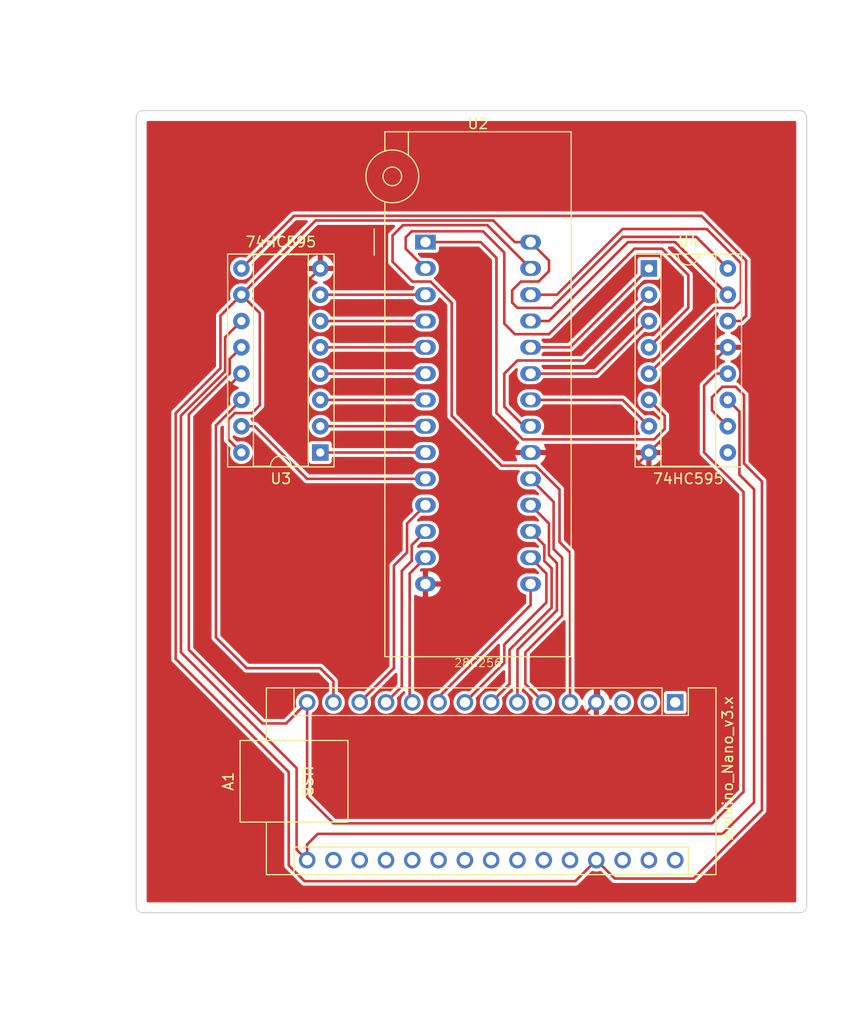
<source format=kicad_pcb>
(kicad_pcb (version 20221018) (generator pcbnew)
  (layers (0 "F.Cu" signal) (31 "B.Cu" signal) (34 "B.Paste" user) (35 "F.Paste" user) (36 "B.SilkS" user "B.Silkscreen") (37 "F.SilkS" user "F.Silkscreen") (38 "B.Mask" user) (39 "F.Mask" user) (44 "Edge.Cuts" user))
  (net 0 "")
  (net 18 "/D0")
  (net 19 "/D1")
  (net 20 "/D2")
  (net 21 "/D3")
  (net 22 "/D4")
  (net 23 "/D5")
  (net 24 "/D6")
  (net 25 "/D7")
  (net 26 "GND")
  (net 27 "SER")
  (net 28 "SRCLK")
  (net 29 "RCLK")
  (net 30 "~{WR}")
  (net 31 "VCC")
  (net 32 "/A14")
  (net 33 "/A12")
  (net 34 "/A7")
  (net 35 "/A6")
  (net 36 "/A5")
  (net 37 "/A4")
  (net 38 "/A3")
  (net 39 "/A2")
  (net 40 "/A1")
  (net 41 "/A0")
  (net 42 "/A10")
  (net 43 "~{OE}")
  (net 44 "/A11")
  (net 45 "/A9")
  (net 46 "/A8")
  (net 47 "/A13")
  (net 48 "/QH'")
  (footprint "Package_DIP:DIP-16_W7.62mm_Socket" (layer "F.Cu") (at 186.69 68.58)
    (fp_text reference "U4" (at 3.81 -2.53) (layer "F.SilkS"))
    (fp_text value "74HC595" (at 3.8 20.32) (layer "F.SilkS"))
    (fp_line (start -1.33 -1.39) (end -1.33 19.17) (stroke (width 0.12)) (layer "F.SilkS"))
    (fp_line (start -1.33 19.17) (end 8.95 19.17) (stroke (width 0.12)) (layer "F.SilkS"))
    (fp_line (start 1.16 -1.33) (end 1.16 19.11) (stroke (width 0.12)) (layer "F.SilkS"))
    (fp_line (start 1.16 19.11) (end 6.46 19.11) (stroke (width 0.12)) (layer "F.SilkS"))
    (fp_line (start 2.81 -1.33) (end 1.16 -1.33) (stroke (width 0.12)) (layer "F.SilkS"))
    (fp_line (start 6.46 -1.33) (end 4.81 -1.33) (stroke (width 0.12)) (layer "F.SilkS"))
    (fp_line (start 6.46 19.11) (end 6.46 -1.33) (stroke (width 0.12)) (layer "F.SilkS"))
    (fp_line (start 8.95 -1.39) (end -1.33 -1.39) (stroke (width 0.12)) (layer "F.SilkS"))
    (fp_line (start 8.95 19.17) (end 8.95 -1.39) (stroke (width 0.12)) (layer "F.SilkS"))
    (fp_arc (start 4.81 -1.33) (mid 3.81 -0.33) (end 2.81 -1.33) (stroke (width 0.12)) (layer "F.SilkS"))
    (pad "1" thru_hole rect (at 0 0) (size 1.6 1.6) (drill 0.8) (layers "*.Cu" "*.Mask") (net 45 "/A9"))
    (pad "2" thru_hole oval (at 0 2.54) (size 1.6 1.6) (drill 0.8) (layers "*.Cu" "*.Mask") (net 42 "/A10"))
    (pad "3" thru_hole oval (at 0 5.08) (size 1.6 1.6) (drill 0.8) (layers "*.Cu" "*.Mask") (net 44 "/A11"))
    (pad "4" thru_hole oval (at 0 7.62) (size 1.6 1.6) (drill 0.8) (layers "*.Cu" "*.Mask") (net 33 "/A12"))
    (pad "5" thru_hole oval (at 0 10.16) (size 1.6 1.6) (drill 0.8) (layers "*.Cu" "*.Mask") (net 47 "/A13"))
    (pad "6" thru_hole oval (at 0 12.7) (size 1.6 1.6) (drill 0.8) (layers "*.Cu" "*.Mask") (net 32 "/A14"))
    (pad "7" thru_hole oval (at 0 15.24) (size 1.6 1.6) (drill 0.8) (layers "*.Cu" "*.Mask") (net 43 "~{OE}"))
    (pad "8" thru_hole oval (at 0 17.78) (size 1.6 1.6) (drill 0.8) (layers "*.Cu" "*.Mask") (net 26 "GND"))
    (pad "9" thru_hole oval (at 7.62 17.78) (size 1.6 1.6) (drill 0.8) (layers "*.Cu" "*.Mask"))
    (pad "10" thru_hole oval (at 7.62 15.24) (size 1.6 1.6) (drill 0.8) (layers "*.Cu" "*.Mask") (net 31 "VCC"))
    (pad "11" thru_hole oval (at 7.62 12.7) (size 1.6 1.6) (drill 0.8) (layers "*.Cu" "*.Mask") (net 28 "SRCLK"))
    (pad "12" thru_hole oval (at 7.62 10.16) (size 1.6 1.6) (drill 0.8) (layers "*.Cu" "*.Mask") (net 29 "RCLK"))
    (pad "13" thru_hole oval (at 7.62 7.62) (size 1.6 1.6) (drill 0.8) (layers "*.Cu" "*.Mask") (net 26 "GND"))
    (pad "14" thru_hole oval (at 7.62 5.08) (size 1.6 1.6) (drill 0.8) (layers "*.Cu" "*.Mask") (net 48 "/QH'"))
    (pad "15" thru_hole oval (at 7.62 2.54) (size 1.6 1.6) (drill 0.8) (layers "*.Cu" "*.Mask") (net 46 "/A8"))
    (pad "16" thru_hole oval (at 7.62 0) (size 1.6 1.6) (drill 0.8) (layers "*.Cu" "*.Mask") (net 31 "VCC"))
  )
  (footprint "Socket:DIP_Socket-28_W6.9_W7.62_W10.16_W12.7_W13.5_3M_228-4817-00-0602J" (layer "F.Cu") (at 165.1 66.04)
    (fp_text reference "U2" (at 5.08 -11.43) (layer "F.SilkS"))
    (fp_text value "28C256" (at 5.08 40.64) (layer "F.SilkS") (effects (font (size 0.8 0.8) (thickness 0.09))))
    (fp_line (start -4.95 1.27) (end -4.95 -1.27) (stroke (width 0.12)) (layer "F.SilkS"))
    (fp_line (start -3.92 -10.66) (end -3.92 -8.8) (stroke (width 0.12)) (layer "F.SilkS"))
    (fp_line (start -3.92 -3.9) (end -3.92 40.04) (stroke (width 0.12)) (layer "F.SilkS"))
    (fp_line (start -3.92 40.04) (end 14.08 40.04) (stroke (width 0.12)) (layer "F.SilkS"))
    (fp_line (start -1.65 -10.66) (end -1.65 -8.4) (stroke (width 0.12)) (layer "F.SilkS"))
    (fp_line (start 14.08 -10.66) (end -3.92 -10.66) (stroke (width 0.12)) (layer "F.SilkS"))
    (fp_line (start 14.08 40.04) (end 14.08 -10.66) (stroke (width 0.12)) (layer "F.SilkS"))
    (fp_circle (center -3.2 -6.35) (end -2.3 -6.35) (stroke (width 0.12)) (fill none) (layer "F.SilkS"))
    (fp_circle (center -3.2 -6.35) (end -0.65 -6.35) (stroke (width 0.12)) (fill none) (layer "F.SilkS"))
    (pad "1" thru_hole rect (at 0 0) (size 2 1.44) (drill 1) (layers "*.Cu" "*.Mask") (net 32 "/A14"))
    (pad "2" thru_hole oval (at 0 2.54) (size 2 1.44) (drill 1) (layers "*.Cu" "*.Mask") (net 33 "/A12"))
    (pad "3" thru_hole oval (at 0 5.08) (size 2 1.44) (drill 1) (layers "*.Cu" "*.Mask") (net 34 "/A7"))
    (pad "4" thru_hole oval (at 0 7.62) (size 2 1.44) (drill 1) (layers "*.Cu" "*.Mask") (net 35 "/A6"))
    (pad "5" thru_hole oval (at 0 10.16) (size 2 1.44) (drill 1) (layers "*.Cu" "*.Mask") (net 36 "/A5"))
    (pad "6" thru_hole oval (at 0 12.7) (size 2 1.44) (drill 1) (layers "*.Cu" "*.Mask") (net 37 "/A4"))
    (pad "7" thru_hole oval (at 0 15.24) (size 2 1.44) (drill 1) (layers "*.Cu" "*.Mask") (net 38 "/A3"))
    (pad "8" thru_hole oval (at 0 17.78) (size 2 1.44) (drill 1) (layers "*.Cu" "*.Mask") (net 39 "/A2"))
    (pad "9" thru_hole oval (at 0 20.32) (size 2 1.44) (drill 1) (layers "*.Cu" "*.Mask") (net 40 "/A1"))
    (pad "10" thru_hole oval (at 0 22.86) (size 2 1.44) (drill 1) (layers "*.Cu" "*.Mask") (net 41 "/A0"))
    (pad "11" thru_hole oval (at 0 25.4) (size 2 1.44) (drill 1) (layers "*.Cu" "*.Mask") (net 18 "/D0"))
    (pad "12" thru_hole oval (at 0 27.94) (size 2 1.44) (drill 1) (layers "*.Cu" "*.Mask") (net 19 "/D1"))
    (pad "13" thru_hole oval (at 0 30.48) (size 2 1.44) (drill 1) (layers "*.Cu" "*.Mask") (net 20 "/D2"))
    (pad "14" thru_hole oval (at 0 33.02) (size 2 1.44) (drill 1) (layers "*.Cu" "*.Mask") (net 26 "GND"))
    (pad "15" thru_hole oval (at 10.16 33.02) (size 2 1.44) (drill 1) (layers "*.Cu" "*.Mask") (net 21 "/D3"))
    (pad "16" thru_hole oval (at 10.16 30.48) (size 2 1.44) (drill 1) (layers "*.Cu" "*.Mask") (net 22 "/D4"))
    (pad "17" thru_hole oval (at 10.16 27.94) (size 2 1.44) (drill 1) (layers "*.Cu" "*.Mask") (net 23 "/D5"))
    (pad "18" thru_hole oval (at 10.16 25.4) (size 2 1.44) (drill 1) (layers "*.Cu" "*.Mask") (net 24 "/D6"))
    (pad "19" thru_hole oval (at 10.16 22.86) (size 2 1.44) (drill 1) (layers "*.Cu" "*.Mask") (net 25 "/D7"))
    (pad "20" thru_hole oval (at 10.16 20.32) (size 2 1.44) (drill 1) (layers "*.Cu" "*.Mask") (net 26 "GND"))
    (pad "21" thru_hole oval (at 10.16 17.78) (size 2 1.44) (drill 1) (layers "*.Cu" "*.Mask") (net 42 "/A10"))
    (pad "22" thru_hole oval (at 10.16 15.24) (size 2 1.44) (drill 1) (layers "*.Cu" "*.Mask") (net 43 "~{OE}"))
    (pad "23" thru_hole oval (at 10.16 12.7) (size 2 1.44) (drill 1) (layers "*.Cu" "*.Mask") (net 44 "/A11"))
    (pad "24" thru_hole oval (at 10.16 10.16) (size 2 1.44) (drill 1) (layers "*.Cu" "*.Mask") (net 45 "/A9"))
    (pad "25" thru_hole oval (at 10.16 7.62) (size 2 1.44) (drill 1) (layers "*.Cu" "*.Mask") (net 46 "/A8"))
    (pad "26" thru_hole oval (at 10.16 5.08) (size 2 1.44) (drill 1) (layers "*.Cu" "*.Mask") (net 47 "/A13"))
    (pad "27" thru_hole oval (at 10.16 2.54) (size 2 1.44) (drill 1) (layers "*.Cu" "*.Mask") (net 30 "~{WR}"))
    (pad "28" thru_hole oval (at 10.16 0) (size 2 1.44) (drill 1) (layers "*.Cu" "*.Mask") (net 31 "VCC"))
  )
  (footprint "Package_DIP:DIP-16_W7.62mm_Socket" (layer "F.Cu") (at 154.94 86.36 180)
    (fp_text reference "U3" (at 3.81 -2.53) (layer "F.SilkS"))
    (fp_text value "74HC595" (at 3.81 20.33) (layer "F.SilkS"))
    (fp_line (start -1.33 -1.39) (end -1.33 19.17) (stroke (width 0.12)) (layer "F.SilkS"))
    (fp_line (start -1.33 19.17) (end 8.95 19.17) (stroke (width 0.12)) (layer "F.SilkS"))
    (fp_line (start 1.16 -1.33) (end 1.16 19.11) (stroke (width 0.12)) (layer "F.SilkS"))
    (fp_line (start 1.16 19.11) (end 6.46 19.11) (stroke (width 0.12)) (layer "F.SilkS"))
    (fp_line (start 2.81 -1.33) (end 1.16 -1.33) (stroke (width 0.12)) (layer "F.SilkS"))
    (fp_line (start 6.46 -1.33) (end 4.81 -1.33) (stroke (width 0.12)) (layer "F.SilkS"))
    (fp_line (start 6.46 19.11) (end 6.46 -1.33) (stroke (width 0.12)) (layer "F.SilkS"))
    (fp_line (start 8.95 -1.39) (end -1.33 -1.39) (stroke (width 0.12)) (layer "F.SilkS"))
    (fp_line (start 8.95 19.17) (end 8.95 -1.39) (stroke (width 0.12)) (layer "F.SilkS"))
    (fp_arc (start 4.81 -1.33) (mid 3.81 -0.33) (end 2.81 -1.33) (stroke (width 0.12)) (layer "F.SilkS"))
    (pad "1" thru_hole rect (at 0 0 180) (size 1.6 1.6) (drill 0.8) (layers "*.Cu" "*.Mask") (net 40 "/A1"))
    (pad "2" thru_hole oval (at 0 2.54 180) (size 1.6 1.6) (drill 0.8) (layers "*.Cu" "*.Mask") (net 39 "/A2"))
    (pad "3" thru_hole oval (at 0 5.08 180) (size 1.6 1.6) (drill 0.8) (layers "*.Cu" "*.Mask") (net 38 "/A3"))
    (pad "4" thru_hole oval (at 0 7.62 180) (size 1.6 1.6) (drill 0.8) (layers "*.Cu" "*.Mask") (net 37 "/A4"))
    (pad "5" thru_hole oval (at 0 10.16 180) (size 1.6 1.6) (drill 0.8) (layers "*.Cu" "*.Mask") (net 36 "/A5"))
    (pad "6" thru_hole oval (at 0 12.7 180) (size 1.6 1.6) (drill 0.8) (layers "*.Cu" "*.Mask") (net 35 "/A6"))
    (pad "7" thru_hole oval (at 0 15.24 180) (size 1.6 1.6) (drill 0.8) (layers "*.Cu" "*.Mask") (net 34 "/A7"))
    (pad "8" thru_hole oval (at 0 17.78 180) (size 1.6 1.6) (drill 0.8) (layers "*.Cu" "*.Mask") (net 26 "GND"))
    (pad "9" thru_hole oval (at 7.62 17.78 180) (size 1.6 1.6) (drill 0.8) (layers "*.Cu" "*.Mask") (net 48 "/QH'"))
    (pad "10" thru_hole oval (at 7.62 15.24 180) (size 1.6 1.6) (drill 0.8) (layers "*.Cu" "*.Mask") (net 31 "VCC"))
    (pad "11" thru_hole oval (at 7.62 12.7 180) (size 1.6 1.6) (drill 0.8) (layers "*.Cu" "*.Mask") (net 28 "SRCLK"))
    (pad "12" thru_hole oval (at 7.62 10.16 180) (size 1.6 1.6) (drill 0.8) (layers "*.Cu" "*.Mask") (net 29 "RCLK"))
    (pad "13" thru_hole oval (at 7.62 7.62 180) (size 1.6 1.6) (drill 0.8) (layers "*.Cu" "*.Mask") (net 26 "GND"))
    (pad "14" thru_hole oval (at 7.62 5.08 180) (size 1.6 1.6) (drill 0.8) (layers "*.Cu" "*.Mask") (net 27 "SER"))
    (pad "15" thru_hole oval (at 7.62 2.54 180) (size 1.6 1.6) (drill 0.8) (layers "*.Cu" "*.Mask") (net 41 "/A0"))
    (pad "16" thru_hole oval (at 7.62 0 180) (size 1.6 1.6) (drill 0.8) (layers "*.Cu" "*.Mask") (net 31 "VCC"))
  )
  (footprint "Module:Arduino_Nano" (layer "F.Cu") (at 189.23 110.49 -90)
    (fp_text reference "A1" (at 7.62 43.18 90) (layer "F.SilkS"))
    (fp_text value "Arduino_Nano_v3.x" (at 6.35 -5.08 90) (layer "F.SilkS"))
    (fp_text user "USB" (at 7.62 35.56 -90 unlocked) (layer "F.SilkS"))
    (fp_line (start -1.4 -3.94) (end -1.4 -1.27) (stroke (width 0.12)) (layer "F.SilkS"))
    (fp_line (start -1.4 1.27) (end -1.4 39.5) (stroke (width 0.12)) (layer "F.SilkS"))
    (fp_line (start -1.4 39.5) (end 3.68 39.5) (stroke (width 0.12)) (layer "F.SilkS"))
    (fp_line (start 1.27 -1.27) (end -1.4 -1.27) (stroke (width 0.12)) (layer "F.SilkS"))
    (fp_line (start 1.27 1.27) (end -1.4 1.27) (stroke (width 0.12)) (layer "F.SilkS"))
    (fp_line (start 1.27 1.27) (end 1.27 -1.27) (stroke (width 0.12)) (layer "F.SilkS"))
    (fp_line (start 1.27 1.27) (end 1.27 36.83) (stroke (width 0.12)) (layer "F.SilkS"))
    (fp_line (start 1.27 36.83) (end -1.4 36.83) (stroke (width 0.12)) (layer "F.SilkS"))
    (fp_line (start 3.68 31.62) (end 11.56 31.62) (stroke (width 0.12)) (layer "F.SilkS"))
    (fp_line (start 3.68 42.04) (end 3.68 31.62) (stroke (width 0.12)) (layer "F.SilkS"))
    (fp_line (start 11.56 31.62) (end 11.56 42.04) (stroke (width 0.12)) (layer "F.SilkS"))
    (fp_line (start 11.56 42.04) (end 3.68 42.04) (stroke (width 0.12)) (layer "F.SilkS"))
    (fp_line (start 13.97 -1.27) (end 13.97 36.83) (stroke (width 0.12)) (layer "F.SilkS"))
    (fp_line (start 13.97 -1.27) (end 16.64 -1.27) (stroke (width 0.12)) (layer "F.SilkS"))
    (fp_line (start 13.97 36.83) (end 16.64 36.83) (stroke (width 0.12)) (layer "F.SilkS"))
    (fp_line (start 16.64 -3.94) (end -1.4 -3.94) (stroke (width 0.12)) (layer "F.SilkS"))
    (fp_line (start 16.64 39.5) (end 11.56 39.5) (stroke (width 0.12)) (layer "F.SilkS"))
    (fp_line (start 16.64 39.5) (end 16.64 -3.94) (stroke (width 0.12)) (layer "F.SilkS"))
    (pad "1" thru_hole rect (at 0 0 270) (size 1.6 1.6) (drill 1) (layers "*.Cu" "*.Mask"))
    (pad "2" thru_hole oval (at 0 2.54 270) (size 1.6 1.6) (drill 1) (layers "*.Cu" "*.Mask"))
    (pad "3" thru_hole oval (at 0 5.08 270) (size 1.6 1.6) (drill 1) (layers "*.Cu" "*.Mask"))
    (pad "4" thru_hole oval (at 0 7.62 270) (size 1.6 1.6) (drill 1) (layers "*.Cu" "*.Mask") (net 26 "GND"))
    (pad "5" thru_hole oval (at 0 10.16 270) (size 1.6 1.6) (drill 1) (layers "*.Cu" "*.Mask") (net 30 "~{WR}"))
    (pad "6" thru_hole oval (at 0 12.7 270) (size 1.6 1.6) (drill 1) (layers "*.Cu" "*.Mask") (net 25 "/D7"))
    (pad "7" thru_hole oval (at 0 15.24 270) (size 1.6 1.6) (drill 1) (layers "*.Cu" "*.Mask") (net 24 "/D6"))
    (pad "8" thru_hole oval (at 0 17.78 270) (size 1.6 1.6) (drill 1) (layers "*.Cu" "*.Mask") (net 23 "/D5"))
    (pad "9" thru_hole oval (at 0 20.32 270) (size 1.6 1.6) (drill 1) (layers "*.Cu" "*.Mask") (net 22 "/D4"))
    (pad "10" thru_hole oval (at 0 22.86 270) (size 1.6 1.6) (drill 1) (layers "*.Cu" "*.Mask") (net 21 "/D3"))
    (pad "11" thru_hole oval (at 0 25.4 270) (size 1.6 1.6) (drill 1) (layers "*.Cu" "*.Mask") (net 20 "/D2"))
    (pad "12" thru_hole oval (at 0 27.94 270) (size 1.6 1.6) (drill 1) (layers "*.Cu" "*.Mask") (net 19 "/D1"))
    (pad "13" thru_hole oval (at 0 30.48 270) (size 1.6 1.6) (drill 1) (layers "*.Cu" "*.Mask") (net 18 "/D0"))
    (pad "14" thru_hole oval (at 0 33.02 270) (size 1.6 1.6) (drill 1) (layers "*.Cu" "*.Mask") (net 27 "SER"))
    (pad "15" thru_hole oval (at 0 35.56 270) (size 1.6 1.6) (drill 1) (layers "*.Cu" "*.Mask") (net 29 "RCLK"))
    (pad "16" thru_hole oval (at 15.24 35.56 270) (size 1.6 1.6) (drill 1) (layers "*.Cu" "*.Mask") (net 28 "SRCLK"))
    (pad "17" thru_hole oval (at 15.24 33.02 270) (size 1.6 1.6) (drill 1) (layers "*.Cu" "*.Mask"))
    (pad "18" thru_hole oval (at 15.24 30.48 270) (size 1.6 1.6) (drill 1) (layers "*.Cu" "*.Mask"))
    (pad "19" thru_hole oval (at 15.24 27.94 270) (size 1.6 1.6) (drill 1) (layers "*.Cu" "*.Mask"))
    (pad "20" thru_hole oval (at 15.24 25.4 270) (size 1.6 1.6) (drill 1) (layers "*.Cu" "*.Mask"))
    (pad "21" thru_hole oval (at 15.24 22.86 270) (size 1.6 1.6) (drill 1) (layers "*.Cu" "*.Mask"))
    (pad "22" thru_hole oval (at 15.24 20.32 270) (size 1.6 1.6) (drill 1) (layers "*.Cu" "*.Mask"))
    (pad "23" thru_hole oval (at 15.24 17.78 270) (size 1.6 1.6) (drill 1) (layers "*.Cu" "*.Mask"))
    (pad "24" thru_hole oval (at 15.24 15.24 270) (size 1.6 1.6) (drill 1) (layers "*.Cu" "*.Mask"))
    (pad "25" thru_hole oval (at 15.24 12.7 270) (size 1.6 1.6) (drill 1) (layers "*.Cu" "*.Mask"))
    (pad "26" thru_hole oval (at 15.24 10.16 270) (size 1.6 1.6) (drill 1) (layers "*.Cu" "*.Mask"))
    (pad "27" thru_hole oval (at 15.24 7.62 270) (size 1.6 1.6) (drill 1) (layers "*.Cu" "*.Mask") (net 31 "VCC"))
    (pad "28" thru_hole oval (at 15.24 5.08 270) (size 1.6 1.6) (drill 1) (layers "*.Cu" "*.Mask"))
    (pad "29" thru_hole oval (at 15.24 2.54 270) (size 1.6 1.6) (drill 1) (layers "*.Cu" "*.Mask"))
    (pad "30" thru_hole oval (at 15.24 0 270) (size 1.6 1.6) (drill 1) (layers "*.Cu" "*.Mask"))
  )
  (gr_arc (start 137.795 130.81) (mid 137.345987 130.624013) (end 137.16 130.175) (stroke (width 0.1)) (layer "Edge.Cuts"))
  (gr_arc (start 137.16 53.975) (mid 137.345987 53.525987) (end 137.795 53.34) (stroke (width 0.1)) (layer "Edge.Cuts"))
  (gr_arc (start 201.93 130.175) (mid 201.744013 130.624013) (end 201.295 130.81) (stroke (width 0.1)) (layer "Edge.Cuts"))
  (gr_arc (start 201.295 53.34) (mid 201.744013 53.525987) (end 201.93 53.975) (stroke (width 0.1)) (layer "Edge.Cuts"))
  (gr_line (start 137.795 130.81) (end 201.295 130.81) (stroke (width 0.1)) (layer "Edge.Cuts"))
  (gr_line (start 201.93 130.175) (end 201.93 53.975) (stroke (width 0.1)) (layer "Edge.Cuts"))
  (gr_line (start 201.295 53.34) (end 137.795 53.34) (stroke (width 0.1)) (layer "Edge.Cuts"))
  (gr_line (start 137.16 53.975) (end 137.16 130.175) (stroke (width 0.1)) (layer "Edge.Cuts"))
  (segment (start 158.75 110.49) (end 162.052 107.188) (width 0.25) (layer "F.Cu") (net 18))
  (segment (start 162.052 97.282) (end 163.325 96.009) (width 0.25) (layer "F.Cu") (net 18))
  (segment (start 163.325 96.009) (end 163.325 93.215) (width 0.25) (layer "F.Cu") (net 18))
  (segment (start 163.325 93.215) (end 165.1 91.44) (width 0.25) (layer "F.Cu") (net 18))
  (segment (start 162.052 107.188) (end 162.052 97.282) (width 0.25) (layer "F.Cu") (net 18))
  (segment (start 163.775 95.305) (end 165.1 93.98) (width 0.25) (layer "F.Cu") (net 19))
  (segment (start 162.814 108.966) (end 162.814 97.79) (width 0.25) (layer "F.Cu") (net 19))
  (segment (start 163.775 96.829) (end 163.775 95.305) (width 0.25) (layer "F.Cu") (net 19))
  (segment (start 161.29 110.49) (end 162.814 108.966) (width 0.25) (layer "F.Cu") (net 19))
  (segment (start 162.814 97.79) (end 163.775 96.829) (width 0.25) (layer "F.Cu") (net 19))
  (segment (start 163.83 110.49) (end 163.576 110.236) (width 0.25) (layer "F.Cu") (net 20))
  (segment (start 163.576 110.236) (end 163.576 98.044) (width 0.25) (layer "F.Cu") (net 20))
  (segment (start 163.576 98.044) (end 165.1 96.52) (width 0.25) (layer "F.Cu") (net 20))
  (segment (start 166.37 110.49) (end 166.37 109.982) (width 0.25) (layer "F.Cu") (net 21))
  (segment (start 166.37 109.982) (end 175.26 101.092) (width 0.25) (layer "F.Cu") (net 21))
  (segment (start 175.26 101.092) (end 175.26 99.06) (width 0.25) (layer "F.Cu") (net 21))
  (segment (start 168.91 110.49) (end 172.72 106.68) (width 0.25) (layer "F.Cu") (net 22))
  (segment (start 176.784 98.044) (end 175.26 96.52) (width 0.25) (layer "F.Cu") (net 22))
  (segment (start 176.784 100.838) (end 176.784 98.044) (width 0.25) (layer "F.Cu") (net 22))
  (segment (start 172.72 104.902) (end 176.784 100.838) (width 0.25) (layer "F.Cu") (net 22))
  (segment (start 172.72 106.68) (end 172.72 104.902) (width 0.25) (layer "F.Cu") (net 22))
  (segment (start 171.45 110.49) (end 173.228 108.712) (width 0.25) (layer "F.Cu") (net 23))
  (segment (start 173.228 108.712) (end 173.228 105.41) (width 0.25) (layer "F.Cu") (net 23))
  (segment (start 177.292 97.536) (end 176.585 96.829) (width 0.25) (layer "F.Cu") (net 23))
  (segment (start 176.585 95.305) (end 175.26 93.98) (width 0.25) (layer "F.Cu") (net 23))
  (segment (start 176.585 96.829) (end 176.585 95.305) (width 0.25) (layer "F.Cu") (net 23))
  (segment (start 173.228 105.41) (end 177.292 101.346) (width 0.25) (layer "F.Cu") (net 23))
  (segment (start 177.292 101.346) (end 177.292 97.536) (width 0.25) (layer "F.Cu") (net 23))
  (segment (start 177.035 93.215) (end 175.26 91.44) (width 0.25) (layer "F.Cu") (net 24))
  (segment (start 173.99 110.49) (end 173.99 105.41) (width 0.25) (layer "F.Cu") (net 24))
  (segment (start 177.035 96.263) (end 177.035 93.215) (width 0.25) (layer "F.Cu") (net 24))
  (segment (start 173.99 105.41) (end 177.8 101.6) (width 0.25) (layer "F.Cu") (net 24))
  (segment (start 177.8 97.028) (end 177.035 96.263) (width 0.25) (layer "F.Cu") (net 24))
  (segment (start 177.8 101.6) (end 177.8 97.028) (width 0.25) (layer "F.Cu") (net 24))
  (segment (start 174.752 105.664) (end 178.308 102.108) (width 0.25) (layer "F.Cu") (net 25))
  (segment (start 177.485 91.125) (end 175.26 88.9) (width 0.25) (layer "F.Cu") (net 25))
  (segment (start 176.53 110.49) (end 174.752 108.712) (width 0.25) (layer "F.Cu") (net 25))
  (segment (start 178.308 102.108) (end 178.308 96.52) (width 0.25) (layer "F.Cu") (net 25))
  (segment (start 177.485 95.697) (end 177.485 91.125) (width 0.25) (layer "F.Cu") (net 25))
  (segment (start 174.752 108.712) (end 174.752 105.664) (width 0.25) (layer "F.Cu") (net 25))
  (segment (start 178.308 96.52) (end 177.485 95.697) (width 0.25) (layer "F.Cu") (net 25))
  (segment (start 189.738 80.772) (end 189.738 83.312) (width 0.25) (layer "F.Cu") (net 26))
  (segment (start 167.64 98.298) (end 167.64 88.646) (width 0.25) (layer "F.Cu") (net 26))
  (segment (start 151.892 86.36) (end 151.892 71.628) (width 0.25) (layer "F.Cu") (net 26))
  (segment (start 143.51 82.55) (end 147.32 78.74) (width 0.25) (layer "F.Cu") (net 26))
  (segment (start 186.69 86.36) (end 175.26 86.36) (width 0.25) (layer "F.Cu") (net 26))
  (segment (start 181.61 110.49) (end 181.864 110.236) (width 0.25) (layer "F.Cu") (net 26))
  (segment (start 189.738 83.312) (end 186.69 86.36) (width 0.25) (layer "F.Cu") (net 26))
  (segment (start 166.624 87.63) (end 153.162 87.63) (width 0.25) (layer "F.Cu") (net 26))
  (segment (start 151.892 71.628) (end 154.94 68.58) (width 0.25) (layer "F.Cu") (net 26))
  (segment (start 154.94 111.76) (end 154.94 109.728) (width 0.25) (layer "F.Cu") (net 26))
  (segment (start 154.94 109.728) (end 153.67 108.458) (width 0.25) (layer "F.Cu") (net 26))
  (segment (start 166.878 99.06) (end 167.64 98.298) (width 0.25) (layer "F.Cu") (net 26))
  (segment (start 153.67 108.458) (end 146.304 108.458) (width 0.25) (layer "F.Cu") (net 26))
  (segment (start 181.864 110.236) (end 181.864 91.186) (width 0.25) (layer "F.Cu") (net 26))
  (segment (start 178.816 113.284) (end 165.1 113.284) (width 0.25) (layer "F.Cu") (net 26))
  (segment (start 194.31 76.2) (end 189.738 80.772) (width 0.25) (layer "F.Cu") (net 26))
  (segment (start 167.64 88.646) (end 166.624 87.63) (width 0.25) (layer "F.Cu") (net 26))
  (segment (start 181.864 91.186) (end 186.69 86.36) (width 0.25) (layer "F.Cu") (net 26))
  (segment (start 156.464 113.284) (end 154.94 111.76) (width 0.25) (layer "F.Cu") (net 26))
  (segment (start 181.61 110.49) (end 178.816 113.284) (width 0.25) (layer "F.Cu") (net 26))
  (segment (start 165.1 113.284) (end 156.464 113.284) (width 0.25) (layer "F.Cu") (net 26))
  (segment (start 165.1 113.284) (end 165.1 99.06) (width 0.25) (layer "F.Cu") (net 26))
  (segment (start 143.51 105.664) (end 143.51 82.55) (width 0.25) (layer "F.Cu") (net 26))
  (segment (start 146.304 108.458) (end 143.51 105.664) (width 0.25) (layer "F.Cu") (net 26))
  (segment (start 153.162 87.63) (end 151.892 86.36) (width 0.25) (layer "F.Cu") (net 26))
  (segment (start 165.1 99.06) (end 166.878 99.06) (width 0.25) (layer "F.Cu") (net 26))
  (segment (start 144.86 83.74) (end 147.32 81.28) (width 0.25) (layer "F.Cu") (net 27))
  (segment (start 156.21 110.49) (end 156.21 108.458) (width 0.25) (layer "F.Cu") (net 27))
  (segment (start 156.21 108.458) (end 154.94 107.188) (width 0.25) (layer "F.Cu") (net 27))
  (segment (start 147.828 107.188) (end 144.86 104.22) (width 0.25) (layer "F.Cu") (net 27))
  (segment (start 154.94 107.188) (end 147.828 107.188) (width 0.25) (layer "F.Cu") (net 27))
  (segment (start 144.86 104.22) (end 144.86 83.74) (width 0.25) (layer "F.Cu") (net 27))
  (segment (start 194.31 81.28) (end 195.435 82.405) (width 0.25) (layer "F.Cu") (net 28))
  (segment (start 195.435 88.501) (end 196.85 89.916) (width 0.25) (layer "F.Cu") (net 28))
  (segment (start 193.802 123.19) (end 154.686 123.19) (width 0.25) (layer "F.Cu") (net 28))
  (segment (start 195.435 82.405) (end 195.435 88.501) (width 0.25) (layer "F.Cu") (net 28))
  (segment (start 152.654 116.84) (end 141.478 105.664) (width 0.25) (layer "F.Cu") (net 28))
  (segment (start 141.478 105.664) (end 141.478 82.804) (width 0.25) (layer "F.Cu") (net 28))
  (segment (start 153.67 124.206) (end 153.67 125.73) (width 0.25) (layer "F.Cu") (net 28))
  (segment (start 152.654 124.714) (end 152.654 116.84) (width 0.25) (layer "F.Cu") (net 28))
  (segment (start 145.745 75.235) (end 147.32 73.66) (width 0.25) (layer "F.Cu") (net 28))
  (segment (start 141.478 82.804) (end 145.745 78.537) (width 0.25) (layer "F.Cu") (net 28))
  (segment (start 145.745 78.537) (end 145.745 75.235) (width 0.25) (layer "F.Cu") (net 28))
  (segment (start 196.85 120.142) (end 193.802 123.19) (width 0.25) (layer "F.Cu") (net 28))
  (segment (start 153.67 125.73) (end 152.654 124.714) (width 0.25) (layer "F.Cu") (net 28))
  (segment (start 154.686 123.19) (end 153.67 124.206) (width 0.25) (layer "F.Cu") (net 28))
  (segment (start 196.85 89.916) (end 196.85 120.142) (width 0.25) (layer "F.Cu") (net 28))
  (segment (start 146.195 78.723396) (end 146.195 77.325) (width 0.25) (layer "F.Cu") (net 29))
  (segment (start 146.195 77.325) (end 147.32 76.2) (width 0.25) (layer "F.Cu") (net 29))
  (segment (start 149.352 112.522) (end 142.24 105.41) (width 0.25) (layer "F.Cu") (net 29))
  (segment (start 192.024 79.89463) (end 192.024 86.36) (width 0.25) (layer "F.Cu") (net 29))
  (segment (start 195.834 119.126) (end 192.786 122.174) (width 0.25) (layer "F.Cu") (net 29))
  (segment (start 153.67 119.634) (end 153.67 110.49) (width 0.25) (layer "F.Cu") (net 29))
  (segment (start 151.638 112.522) (end 149.352 112.522) (width 0.25) (layer "F.Cu") (net 29))
  (segment (start 142.24 105.41) (end 142.24 82.678396) (width 0.25) (layer "F.Cu") (net 29))
  (segment (start 193.17863 78.74) (end 192.024 79.89463) (width 0.25) (layer "F.Cu") (net 29))
  (segment (start 195.834 90.17) (end 195.834 119.126) (width 0.25) (layer "F.Cu") (net 29))
  (segment (start 156.21 122.174) (end 153.67 119.634) (width 0.25) (layer "F.Cu") (net 29))
  (segment (start 192.024 86.36) (end 195.834 90.17) (width 0.25) (layer "F.Cu") (net 29))
  (segment (start 194.31 78.74) (end 193.17863 78.74) (width 0.25) (layer "F.Cu") (net 29))
  (segment (start 192.786 122.174) (end 156.21 122.174) (width 0.25) (layer "F.Cu") (net 29))
  (segment (start 153.67 110.49) (end 151.638 112.522) (width 0.25) (layer "F.Cu") (net 29))
  (segment (start 142.24 82.678396) (end 146.195 78.723396) (width 0.25) (layer "F.Cu") (net 29))
  (segment (start 161.925 67.945) (end 163.83 69.85) (width 0.25) (layer "F.Cu") (net 30))
  (segment (start 165.587853 69.85) (end 167.64 71.902147) (width 0.25) (layer "F.Cu") (net 30))
  (segment (start 175.747853 87.63) (end 178.054 89.936147) (width 0.25) (layer "F.Cu") (net 30))
  (segment (start 163.83 69.85) (end 165.587853 69.85) (width 0.25) (layer "F.Cu") (net 30))
  (segment (start 171.08 64.4) (end 162.93 64.4) (width 0.25) (layer "F.Cu") (net 30))
  (segment (start 161.925 65.405) (end 161.925 67.945) (width 0.25) (layer "F.Cu") (net 30))
  (segment (start 179.07 96.012) (end 179.07 110.49) (width 0.25) (layer "F.Cu") (net 30))
  (segment (start 167.64 71.902147) (end 167.64 82.804) (width 0.25) (layer "F.Cu") (net 30))
  (segment (start 175.26 68.58) (end 171.08 64.4) (width 0.25) (layer "F.Cu") (net 30))
  (segment (start 178.054 94.996) (end 179.07 96.012) (width 0.25) (layer "F.Cu") (net 30))
  (segment (start 172.466 87.63) (end 175.747853 87.63) (width 0.25) (layer "F.Cu") (net 30))
  (segment (start 167.64 82.804) (end 172.466 87.63) (width 0.25) (layer "F.Cu") (net 30))
  (segment (start 178.054 89.936147) (end 178.054 94.996) (width 0.25) (layer "F.Cu") (net 30))
  (segment (start 162.93 64.4) (end 161.925 65.405) (width 0.25) (layer "F.Cu") (net 30))
  (segment (start 191.008 127.508) (end 197.612 120.904) (width 0.25) (layer "F.Cu") (net 31))
  (segment (start 177.038 67.818) (end 175.26 66.04) (width 0.25) (layer "F.Cu") (net 31))
  (segment (start 145.295 73.145) (end 147.32 71.12) (width 0.25) (layer "F.Cu") (net 31))
  (segment (start 176.022 69.85) (end 177.038 68.834) (width 0.25) (layer "F.Cu") (net 31))
  (segment (start 154.49 63.95) (end 171.646 63.95) (width 0.25) (layer "F.Cu") (net 31))
  (segment (start 181.61 125.73) (end 179.578 127.762) (width 0.25) (layer "F.Cu") (net 31))
  (segment (start 174.322147 69.85) (end 176.022 69.85) (width 0.25) (layer "F.Cu") (net 31))
  (segment (start 195.885 87.427) (end 195.885 80.823) (width 0.25) (layer "F.Cu") (net 31))
  (segment (start 145.295 78.225) (end 145.295 73.145) (width 0.25) (layer "F.Cu") (net 31))
  (segment (start 146.05 83.186396) (end 146.686396 82.55) (width 0.25) (layer "F.Cu") (net 31))
  (segment (start 193.802 80.01) (end 192.786 81.026) (width 0.25) (layer "F.Cu") (net 31))
  (segment (start 151.892 117.221) (end 140.97 106.299) (width 0.25) (layer "F.Cu") (net 31))
  (segment (start 195.885 80.823) (end 195.072 80.01) (width 0.25) (layer "F.Cu") (net 31))
  (segment (start 147.32 71.12) (end 154.49 63.95) (width 0.25) (layer "F.Cu") (net 31))
  (segment (start 151.892 126.238) (end 151.892 117.221) (width 0.25) (layer "F.Cu") (net 31))
  (segment (start 192.786 81.026) (end 192.786 82.296) (width 0.25) (layer "F.Cu") (net 31))
  (segment (start 173.99 72.39) (end 173.482 71.882) (width 0.25) (layer "F.Cu") (net 31))
  (segment (start 173.482 70.690147) (end 174.322147 69.85) (width 0.25) (layer "F.Cu") (net 31))
  (segment (start 184.15 65.532) (end 177.292 72.39) (width 0.25) (layer "F.Cu") (net 31))
  (segment (start 191.262 65.532) (end 184.15 65.532) (width 0.25) (layer "F.Cu") (net 31))
  (segment (start 197.612 89.154) (end 195.885 87.427) (width 0.25) (layer "F.Cu") (net 31))
  (segment (start 149.098 81.788) (end 149.098 72.898) (width 0.25) (layer "F.Cu") (net 31))
  (segment (start 148.336 82.55) (end 149.098 81.788) (width 0.25) (layer "F.Cu") (net 31))
  (segment (start 173.736 66.04) (end 175.26 66.04) (width 0.25) (layer "F.Cu") (net 31))
  (segment (start 140.97 106.299) (end 140.97 82.55) (width 0.25) (layer "F.Cu") (net 31))
  (segment (start 177.038 68.834) (end 177.038 67.818) (width 0.25) (layer "F.Cu") (net 31))
  (segment (start 147.32 86.36) (end 146.05 85.09) (width 0.25) (layer "F.Cu") (net 31))
  (segment (start 183.388 127.508) (end 191.008 127.508) (width 0.25) (layer "F.Cu") (net 31))
  (segment (start 177.292 72.39) (end 173.99 72.39) (width 0.25) (layer "F.Cu") (net 31))
  (segment (start 192.786 82.296) (end 194.31 83.82) (width 0.25) (layer "F.Cu") (net 31))
  (segment (start 179.578 127.762) (end 153.416 127.762) (width 0.25) (layer "F.Cu") (net 31))
  (segment (start 146.05 85.09) (end 146.05 83.186396) (width 0.25) (layer "F.Cu") (net 31))
  (segment (start 195.072 80.01) (end 193.802 80.01) (width 0.25) (layer "F.Cu") (net 31))
  (segment (start 140.97 82.55) (end 145.295 78.225) (width 0.25) (layer "F.Cu") (net 31))
  (segment (start 149.098 72.898) (end 147.32 71.12) (width 0.25) (layer "F.Cu") (net 31))
  (segment (start 146.686396 82.55) (end 148.336 82.55) (width 0.25) (layer "F.Cu") (net 31))
  (segment (start 181.61 125.73) (end 183.388 127.508) (width 0.25) (layer "F.Cu") (net 31))
  (segment (start 171.646 63.95) (end 173.736 66.04) (width 0.25) (layer "F.Cu") (net 31))
  (segment (start 197.612 120.904) (end 197.612 89.154) (width 0.25) (layer "F.Cu") (net 31))
  (segment (start 173.482 71.882) (end 173.482 70.690147) (width 0.25) (layer "F.Cu") (net 31))
  (segment (start 194.31 68.58) (end 191.262 65.532) (width 0.25) (layer "F.Cu") (net 31))
  (segment (start 153.416 127.762) (end 151.892 126.238) (width 0.25) (layer "F.Cu") (net 31))
  (segment (start 188.214 82.804) (end 188.214 84.074) (width 0.25) (layer "F.Cu") (net 32))
  (segment (start 186.69 81.28) (end 188.214 82.804) (width 0.25) (layer "F.Cu") (net 32))
  (segment (start 171.958 82.55) (end 171.958 67.564) (width 0.25) (layer "F.Cu") (net 32))
  (segment (start 171.958 67.564) (end 170.434 66.04) (width 0.25) (layer "F.Cu") (net 32))
  (segment (start 170.434 66.04) (end 165.1 66.04) (width 0.25) (layer "F.Cu") (net 32))
  (segment (start 174.498 85.09) (end 171.958 82.55) (width 0.25) (layer "F.Cu") (net 32))
  (segment (start 187.198 85.09) (end 174.498 85.09) (width 0.25) (layer "F.Cu") (net 32))
  (segment (start 188.214 84.074) (end 187.198 85.09) (width 0.25) (layer "F.Cu") (net 32))
  (segment (start 172.72 67.056) (end 170.659 64.995) (width 0.25) (layer "F.Cu") (net 33))
  (segment (start 163.195 66.675) (end 165.1 68.58) (width 0.25) (layer "F.Cu") (net 33))
  (segment (start 170.659 64.995) (end 163.775 64.995) (width 0.25) (layer "F.Cu") (net 33))
  (segment (start 163.775 64.995) (end 163.195 65.575) (width 0.25) (layer "F.Cu") (net 33))
  (segment (start 190.5 69.215) (end 187.96 66.675) (width 0.25) (layer "F.Cu") (net 33))
  (segment (start 185.293 66.675) (end 177.038 74.93) (width 0.25) (layer "F.Cu") (net 33))
  (segment (start 186.69 76.2) (end 190.5 72.39) (width 0.25) (layer "F.Cu") (net 33))
  (segment (start 172.72 73.914) (end 172.72 67.056) (width 0.25) (layer "F.Cu") (net 33))
  (segment (start 177.038 74.93) (end 173.736 74.93) (width 0.25) (layer "F.Cu") (net 33))
  (segment (start 187.96 66.675) (end 185.293 66.675) (width 0.25) (layer "F.Cu") (net 33))
  (segment (start 173.736 74.93) (end 172.72 73.914) (width 0.25) (layer "F.Cu") (net 33))
  (segment (start 163.195 65.575) (end 163.195 66.675) (width 0.25) (layer "F.Cu") (net 33))
  (segment (start 190.5 72.39) (end 190.5 69.215) (width 0.25) (layer "F.Cu") (net 33))
  (segment (start 165.1 71.12) (end 154.94 71.12) (width 0.25) (layer "F.Cu") (net 34))
  (segment (start 154.94 73.66) (end 165.1 73.66) (width 0.25) (layer "F.Cu") (net 35))
  (segment (start 165.1 76.2) (end 154.94 76.2) (width 0.25) (layer "F.Cu") (net 36))
  (segment (start 154.94 78.74) (end 165.1 78.74) (width 0.25) (layer "F.Cu") (net 37))
  (segment (start 165.1 81.28) (end 154.94 81.28) (width 0.25) (layer "F.Cu") (net 38))
  (segment (start 165.1 83.82) (end 154.94 83.82) (width 0.25) (layer "F.Cu") (net 39))
  (segment (start 165.1 86.36) (end 154.94 86.36) (width 0.25) (layer "F.Cu") (net 40))
  (segment (start 153.67 88.9) (end 165.1 88.9) (width 0.25) (layer "F.Cu") (net 41))
  (segment (start 148.59 83.82) (end 153.67 88.9) (width 0.25) (layer "F.Cu") (net 41))
  (segment (start 147.32 83.82) (end 148.59 83.82) (width 0.25) (layer "F.Cu") (net 41))
  (segment (start 173.99 77.47) (end 180.34 77.47) (width 0.25) (layer "F.Cu") (net 42))
  (segment (start 172.72 81.915) (end 172.72 78.74) (width 0.25) (layer "F.Cu") (net 42))
  (segment (start 174.625 83.82) (end 172.72 81.915) (width 0.25) (layer "F.Cu") (net 42))
  (segment (start 172.72 78.74) (end 173.99 77.47) (width 0.25) (layer "F.Cu") (net 42))
  (segment (start 180.34 77.47) (end 186.69 71.12) (width 0.25) (layer "F.Cu") (net 42))
  (segment (start 175.26 83.82) (end 174.625 83.82) (width 0.25) (layer "F.Cu") (net 42))
  (segment (start 184.15 81.28) (end 175.26 81.28) (width 0.25) (layer "F.Cu") (net 43))
  (segment (start 186.69 83.82) (end 184.15 81.28) (width 0.25) (layer "F.Cu") (net 43))
  (segment (start 181.61 78.74) (end 175.26 78.74) (width 0.25) (layer "F.Cu") (net 44))
  (segment (start 186.69 73.66) (end 181.61 78.74) (width 0.25) (layer "F.Cu") (net 44))
  (segment (start 179.07 76.2) (end 175.26 76.2) (width 0.25) (layer "F.Cu") (net 45))
  (segment (start 186.69 68.58) (end 179.07 76.2) (width 0.25) (layer "F.Cu") (net 45))
  (segment (start 184.658 66.04) (end 177.038 73.66) (width 0.25) (layer "F.Cu") (net 46))
  (segment (start 189.23 66.04) (end 184.658 66.04) (width 0.25) (layer "F.Cu") (net 46))
  (segment (start 194.31 71.12) (end 189.23 66.04) (width 0.25) (layer "F.Cu") (net 46))
  (segment (start 177.038 73.66) (end 175.26 73.66) (width 0.25) (layer "F.Cu") (net 46))
  (segment (start 177.8 71.12) (end 175.26 71.12) (width 0.25) (layer "F.Cu") (net 47))
  (segment (start 195.58 68.072) (end 192.278 64.77) (width 0.25) (layer "F.Cu") (net 47))
  (segment (start 194.945 72.39) (end 195.58 71.755) (width 0.25) (layer "F.Cu") (net 47))
  (segment (start 192.278 64.77) (end 184.15 64.77) (width 0.25) (layer "F.Cu") (net 47))
  (segment (start 195.58 71.755) (end 195.58 68.072) (width 0.25) (layer "F.Cu") (net 47))
  (segment (start 184.15 64.77) (end 177.8 71.12) (width 0.25) (layer "F.Cu") (net 47))
  (segment (start 193.04 72.39) (end 194.945 72.39) (width 0.25) (layer "F.Cu") (net 47))
  (segment (start 186.69 78.74) (end 193.04 72.39) (width 0.25) (layer "F.Cu") (net 47))
  (segment (start 196.088 73.152) (end 195.58 73.66) (width 0.25) (layer "F.Cu") (net 48))
  (segment (start 191.77 63.5) (end 196.088 67.818) (width 0.25) (layer "F.Cu") (net 48))
  (segment (start 196.088 67.818) (end 196.088 73.152) (width 0.25) (layer "F.Cu") (net 48))
  (segment (start 152.4 63.5) (end 191.77 63.5) (width 0.25) (layer "F.Cu") (net 48))
  (segment (start 147.32 68.58) (end 152.4 63.5) (width 0.25) (layer "F.Cu") (net 48))
  (segment (start 195.58 73.66) (end 194.31 73.66) (width 0.25) (layer "F.Cu") (net 48))
  (zone (net 26) (net_name "GND") (layer "F.Cu") (connect_pads (clearance 0.3)) (min_thickness 0.25) (fill yes (thermal_gap 0.5) (thermal_bridge_width 0.5))
    (polygon (pts (xy 205.74 137.16) (xy 132.08 137.16) (xy 132.08 50.8) (xy 205.74 50.8)))
  )
)
</source>
